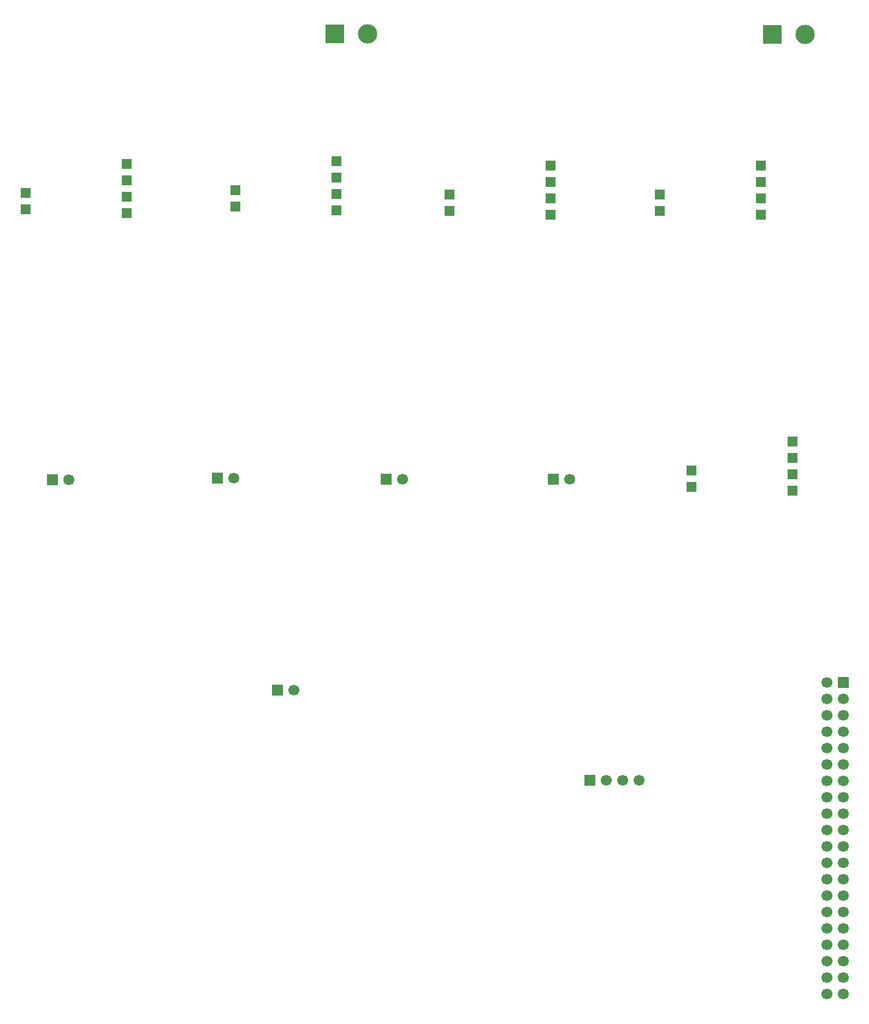
<source format=gbr>
%TF.GenerationSoftware,KiCad,Pcbnew,9.0.2*%
%TF.CreationDate,2025-07-01T15:24:06+02:00*%
%TF.ProjectId,oxygen_calls_rain-rplnt_wipers,6f787967-656e-45f6-9361-6c6c735f7261,rev?*%
%TF.SameCoordinates,Original*%
%TF.FileFunction,Soldermask,Bot*%
%TF.FilePolarity,Negative*%
%FSLAX46Y46*%
G04 Gerber Fmt 4.6, Leading zero omitted, Abs format (unit mm)*
G04 Created by KiCad (PCBNEW 9.0.2) date 2025-07-01 15:24:06*
%MOMM*%
%LPD*%
G01*
G04 APERTURE LIST*
%ADD10R,1.700000X1.700000*%
%ADD11C,1.700000*%
%ADD12R,1.500000X1.500000*%
%ADD13R,3.000000X3.000000*%
%ADD14C,3.000000*%
G04 APERTURE END LIST*
D10*
%TO.C,J3*%
X167975000Y-126710000D03*
D11*
X165435000Y-126710000D03*
X167975000Y-129250000D03*
X165435000Y-129250000D03*
X167975000Y-131790000D03*
X165435000Y-131790000D03*
X167975000Y-134330000D03*
X165435000Y-134330000D03*
X167975000Y-136870000D03*
X165435000Y-136870000D03*
X167975000Y-139410000D03*
X165435000Y-139410000D03*
X167975000Y-141950000D03*
X165435000Y-141950000D03*
X167975000Y-144490000D03*
X165435000Y-144490000D03*
X167975000Y-147030000D03*
X165435000Y-147030000D03*
X167975000Y-149570000D03*
X165435000Y-149570000D03*
X167975000Y-152110000D03*
X165435000Y-152110000D03*
X167975000Y-154650000D03*
X165435000Y-154650000D03*
X167975000Y-157190000D03*
X165435000Y-157190000D03*
X167975000Y-159730000D03*
X165435000Y-159730000D03*
X167975000Y-162270000D03*
X165435000Y-162270000D03*
X167975000Y-164810000D03*
X165435000Y-164810000D03*
X167975000Y-167350000D03*
X165435000Y-167350000D03*
X167975000Y-169890000D03*
X165435000Y-169890000D03*
X167975000Y-172430000D03*
X165435000Y-172430000D03*
X167975000Y-174970000D03*
X165435000Y-174970000D03*
%TD*%
D12*
%TO.C,KR5*%
X89450000Y-45925000D03*
X89450000Y-48465000D03*
X89450000Y-51005000D03*
X89450000Y-53545000D03*
X73750000Y-50425000D03*
X73750000Y-52965000D03*
%TD*%
D13*
%TO.C,J2*%
X89210000Y-26200000D03*
D14*
X94290000Y-26200000D03*
%TD*%
D10*
%TO.C,J7*%
X123100000Y-95200000D03*
D11*
X125640000Y-95200000D03*
%TD*%
D10*
%TO.C,J6*%
X97125000Y-95200000D03*
D11*
X99665000Y-95200000D03*
%TD*%
D12*
%TO.C,KR1*%
X56950000Y-46350000D03*
X56950000Y-48890000D03*
X56950000Y-51430000D03*
X56950000Y-53970000D03*
X41250000Y-50850000D03*
X41250000Y-53390000D03*
%TD*%
D10*
%TO.C,J4*%
X45400000Y-95300000D03*
D11*
X47940000Y-95300000D03*
%TD*%
D12*
%TO.C,KR4*%
X160150000Y-89350000D03*
X160150000Y-91890000D03*
X160150000Y-94430000D03*
X160150000Y-96970000D03*
X144450000Y-93850000D03*
X144450000Y-96390000D03*
%TD*%
D10*
%TO.C,J9*%
X128690000Y-141800000D03*
D11*
X131230000Y-141800000D03*
X133770000Y-141800000D03*
X136310000Y-141800000D03*
%TD*%
D10*
%TO.C,J5*%
X71025000Y-95000000D03*
D11*
X73565000Y-95000000D03*
%TD*%
D10*
%TO.C,J8*%
X80325000Y-127900000D03*
D11*
X82865000Y-127900000D03*
%TD*%
D12*
%TO.C,KR3*%
X155250000Y-46550000D03*
X155250000Y-49090000D03*
X155250000Y-51630000D03*
X155250000Y-54170000D03*
X139550000Y-51050000D03*
X139550000Y-53590000D03*
%TD*%
%TO.C,KR2*%
X122650000Y-46550000D03*
X122650000Y-49090000D03*
X122650000Y-51630000D03*
X122650000Y-54170000D03*
X106950000Y-51050000D03*
X106950000Y-53590000D03*
%TD*%
D13*
%TO.C,J1*%
X156975000Y-26250000D03*
D14*
X162055000Y-26250000D03*
%TD*%
M02*

</source>
